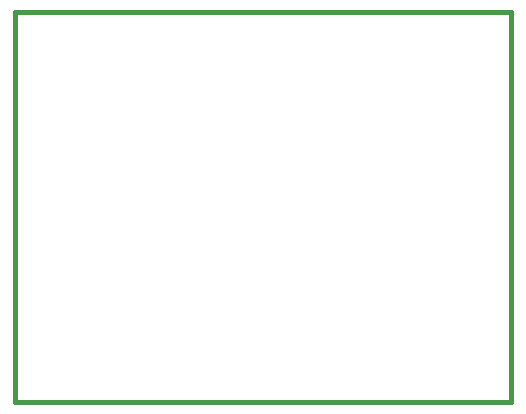
<source format=gbr>
%TF.GenerationSoftware,KiCad,Pcbnew,(5.1.0-0)*%
%TF.CreationDate,2020-07-09T23:17:02+02:00*%
%TF.ProjectId,POxiM-wristcomputer,504f7869-4d2d-4777-9269-7374636f6d70,A*%
%TF.SameCoordinates,Original*%
%TF.FileFunction,Profile,NP*%
%FSLAX46Y46*%
G04 Gerber Fmt 4.6, Leading zero omitted, Abs format (unit mm)*
G04 Created by KiCad (PCBNEW (5.1.0-0)) date 2020-07-09 23:17:02*
%MOMM*%
%LPD*%
G04 APERTURE LIST*
%ADD10C,0.400000*%
G04 APERTURE END LIST*
D10*
X70000000Y-148000000D02*
X112000000Y-148000000D01*
X70000000Y-148000000D02*
X70000000Y-115000000D01*
X112000000Y-115000000D02*
X112000000Y-148000000D01*
X112000000Y-115000000D02*
X70000000Y-115000000D01*
M02*

</source>
